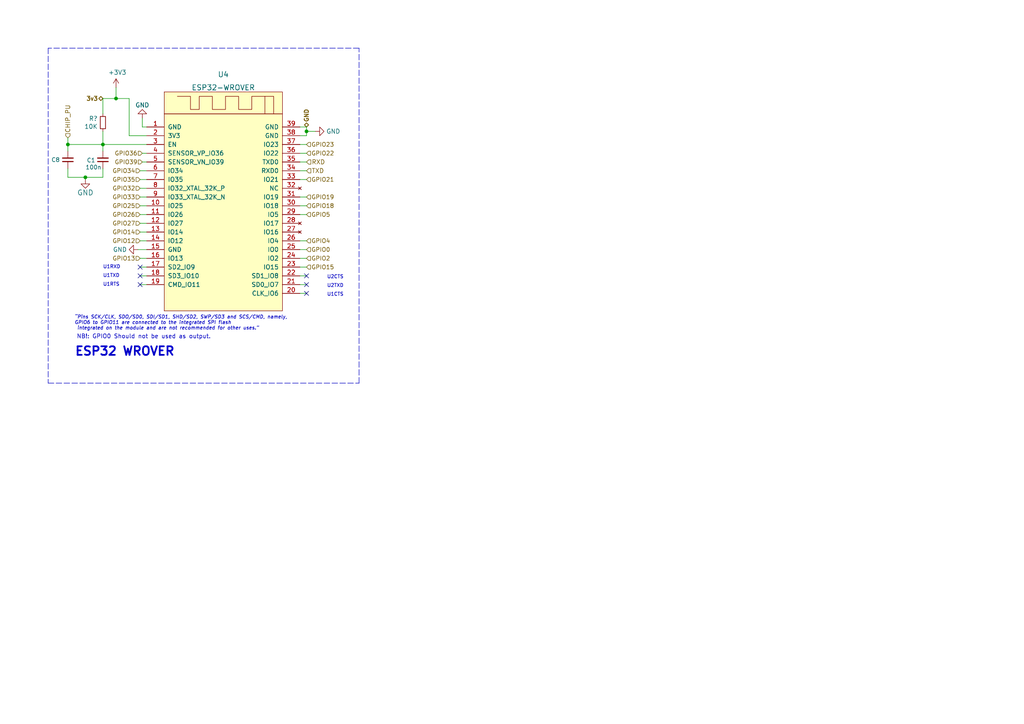
<source format=kicad_sch>
(kicad_sch (version 20211123) (generator eeschema)
  (paper "A4")
  (lib_symbols
    (symbol "Device:C_Small" (pin_numbers hide) (pin_names (offset 0.254) hide)
      (property "Reference" "C" (at 0.254 1.778 0))
      (property "Value" "C_Small" (at 0.254 -2.032 0))
      (symbol "C_Small_0_1"
        (polyline (pts (xy -1.524 -0.508) (xy 1.524 -0.508)) (stroke (width 0.3302)))
        (polyline (pts (xy -1.524 0.508) (xy 1.524 0.508)) (stroke (width 0.3048)))
      )
      (symbol "C_Small_1_1"
        (pin passive line (at 0 2.54 270) (length 2.032) (name "~") (number "1"))
        (pin passive line (at 0 -2.54 90) (length 2.032) (name "~") (number "2"))
      )
    )
    (symbol "Device:R_Small" (pin_numbers hide) (pin_names (offset 0.254) hide)
      (property "Reference" "R" (at 0.762 0.508 0))
      (property "Value" "R_Small" (at 0.762 -1.016 0))
      (symbol "R_Small_0_1"
        (rectangle (start -0.762 1.778) (end 0.762 -1.778) (stroke (width 0.2032)))
      )
      (symbol "R_Small_1_1"
        (pin passive line (at 0 2.54 270) (length 0.762) (name "~") (number "1"))
        (pin passive line (at 0 -2.54 90) (length 0.762) (name "~") (number "2"))
      )
    )
    (symbol "Lib:ESP32-WROVER" (pin_names (offset 1.016))
      (property "Reference" "U" (at -15.24 -33.02 0))
      (property "Value" "ESP32-WROVER" (at 6.35 -33.02 0))
      (symbol "ESP32-WROVER_0_1"
        (rectangle (start -17.78 22.86) (end 16.51 -34.29) (fill (type background)))
        (rectangle (start -17.78 29.21) (end 16.51 22.86) (fill (type background)))
        (polyline (pts (xy 11.43 27.94) (xy 13.97 27.94) (xy 13.97 22.86)))
        (polyline (pts (xy -13.97 27.94) (xy -10.16 27.94) (xy -10.16 24.13) (xy -7.62 24.13) (xy -7.62 27.94) (xy -3.81 27.94) (xy -3.81 24.13) (xy 0 24.13) (xy 0 27.94) (xy 3.81 27.94) (xy 3.81 24.13) (xy 7.62 24.13) (xy 7.62 27.94) (xy 11.43 27.94) (xy 11.43 22.86)))
      )
      (symbol "ESP32-WROVER_1_1"
        (pin power_in line (at -22.86 19.05 0) (length 5.08) (name "GND") (number "1"))
        (pin bidirectional line (at -22.86 -3.81 0) (length 5.08) (name "IO25") (number "10"))
        (pin bidirectional line (at -22.86 -6.35 0) (length 5.08) (name "IO26") (number "11"))
        (pin bidirectional line (at -22.86 -8.89 0) (length 5.08) (name "IO27") (number "12"))
        (pin bidirectional line (at -22.86 -11.43 0) (length 5.08) (name "IO14") (number "13"))
        (pin bidirectional line (at -22.86 -13.97 0) (length 5.08) (name "IO12") (number "14"))
        (pin power_in line (at -22.86 -16.51 0) (length 5.08) (name "GND") (number "15"))
        (pin bidirectional line (at -22.86 -19.05 0) (length 5.08) (name "IO13") (number "16"))
        (pin bidirectional line (at -22.86 -21.59 0) (length 5.08) (name "SD2_IO9") (number "17"))
        (pin bidirectional line (at -22.86 -24.13 0) (length 5.08) (name "SD3_IO10") (number "18"))
        (pin bidirectional line (at -22.86 -26.67 0) (length 5.08) (name "CMD_IO11") (number "19"))
        (pin power_in line (at -22.86 16.51 0) (length 5.08) (name "3V3") (number "2"))
        (pin bidirectional line (at 21.59 -29.21 180) (length 5.08) (name "CLK_IO6") (number "20"))
        (pin bidirectional line (at 21.59 -26.67 180) (length 5.08) (name "SD0_IO7") (number "21"))
        (pin bidirectional line (at 21.59 -24.13 180) (length 5.08) (name "SD1_IO8") (number "22"))
        (pin bidirectional line (at 21.59 -21.59 180) (length 5.08) (name "IO15") (number "23"))
        (pin bidirectional line (at 21.59 -19.05 180) (length 5.08) (name "IO2") (number "24"))
        (pin bidirectional line (at 21.59 -16.51 180) (length 5.08) (name "IO0") (number "25"))
        (pin bidirectional line (at 21.59 -13.97 180) (length 5.08) (name "IO4") (number "26"))
        (pin no_connect line (at 21.59 -11.43 180) (length 5.08) (name "IO16") (number "27"))
        (pin no_connect line (at 21.59 -8.89 180) (length 5.08) (name "IO17") (number "28"))
        (pin bidirectional line (at 21.59 -6.35 180) (length 5.08) (name "IO5") (number "29"))
        (pin input line (at -22.86 13.97 0) (length 5.08) (name "EN") (number "3"))
        (pin bidirectional line (at 21.59 -3.81 180) (length 5.08) (name "IO18") (number "30"))
        (pin bidirectional line (at 21.59 -1.27 180) (length 5.08) (name "IO19") (number "31"))
        (pin no_connect line (at 21.59 1.27 180) (length 5.08) (name "NC") (number "32"))
        (pin bidirectional line (at 21.59 3.81 180) (length 5.08) (name "IO21") (number "33"))
        (pin input line (at 21.59 6.35 180) (length 5.08) (name "RXD0") (number "34"))
        (pin output line (at 21.59 8.89 180) (length 5.08) (name "TXD0") (number "35"))
        (pin bidirectional line (at 21.59 11.43 180) (length 5.08) (name "IO22") (number "36"))
        (pin bidirectional line (at 21.59 13.97 180) (length 5.08) (name "IO23") (number "37"))
        (pin power_in line (at 21.59 16.51 180) (length 5.08) (name "GND") (number "38"))
        (pin power_in line (at 21.59 19.05 180) (length 5.08) (name "GND") (number "39"))
        (pin input line (at -22.86 11.43 0) (length 5.08) (name "SENSOR_VP_IO36") (number "4"))
        (pin input line (at -22.86 8.89 0) (length 5.08) (name "SENSOR_VN_IO39") (number "5"))
        (pin input line (at -22.86 6.35 0) (length 5.08) (name "IO34") (number "6"))
        (pin input line (at -22.86 3.81 0) (length 5.08) (name "IO35") (number "7"))
        (pin bidirectional line (at -22.86 1.27 0) (length 5.08) (name "IO32_XTAL_32K_P") (number "8"))
        (pin bidirectional line (at -22.86 -1.27 0) (length 5.08) (name "IO33_XTAL_32K_N") (number "9"))
      )
    )
    (symbol "power:+3V3" (power) (pin_names (offset 0))
      (property "Value" "+3V3" (at 0 3.556 0))
      (symbol "+3V3_0_1"
        (polyline (pts (xy -0.762 1.27) (xy 0 2.54)))
        (polyline (pts (xy 0 0) (xy 0 2.54)))
        (polyline (pts (xy 0 2.54) (xy 0.762 1.27)))
      )
      (symbol "+3V3_1_1"
        (pin power_in line (at 0 0 90) (length 0) hide (name "+3V3") (number "1"))
      )
    )
    (symbol "power:GND" (power) (pin_names (offset 0))
      (property "Value" "GND" (at 0 -3.81 0))
      (symbol "GND_0_1"
        (polyline (pts (xy 0 0) (xy 0 -1.27) (xy 1.27 -1.27) (xy 0 -2.54) (xy -1.27 -1.27) (xy 0 -1.27)))
      )
      (symbol "GND_1_1"
        (pin power_in line (at 0 0 270) (length 0) hide (name "GND") (number "1"))
      )
    )
  )
  (junction (at 24.765 51.435))
  (junction (at 88.9 38.1))
  (junction (at 29.845 41.91))
  (junction (at 19.685 41.91))
  (junction (at 33.655 28.575))
  (no_connect (at 88.9 85.09))
  (no_connect (at 88.9 80.01))
  (no_connect (at 88.9 82.55))
  (no_connect (at 40.64 80.01))
  (no_connect (at 40.64 77.47))
  (no_connect (at 40.64 82.55))
  (wire (pts (xy 88.9 80.01) (xy 86.995 80.01)))
  (wire (pts (xy 40.64 80.01) (xy 42.545 80.01)))
  (wire (pts (xy 88.9 39.37) (xy 86.995 39.37)))
  (wire (pts (xy 40.64 57.15) (xy 42.545 57.15)))
  (wire (pts (xy 40.64 64.77) (xy 42.545 64.77)))
  (wire (pts (xy 88.9 62.23) (xy 86.995 62.23)))
  (wire (pts (xy 24.765 51.435) (xy 29.845 51.435)))
  (wire (pts (xy 19.685 48.895) (xy 19.685 51.435)))
  (polyline (pts (xy 104.14 13.97) (xy 13.97 13.97)))
  (wire (pts (xy 88.9 77.47) (xy 86.995 77.47)))
  (wire (pts (xy 40.64 49.53) (xy 42.545 49.53)))
  (wire (pts (xy 88.9 44.45) (xy 86.995 44.45)))
  (wire (pts (xy 29.845 33.02) (xy 29.845 28.575)))
  (wire (pts (xy 40.64 62.23) (xy 42.545 62.23)))
  (wire (pts (xy 88.9 52.07) (xy 86.995 52.07)))
  (wire (pts (xy 40.64 82.55) (xy 42.545 82.55)))
  (wire (pts (xy 19.685 41.91) (xy 29.845 41.91)))
  (wire (pts (xy 88.9 38.1) (xy 88.9 39.37)))
  (wire (pts (xy 19.685 41.91) (xy 19.685 43.815)))
  (wire (pts (xy 88.9 41.91) (xy 86.995 41.91)))
  (wire (pts (xy 42.545 72.39) (xy 40.005 72.39)))
  (wire (pts (xy 33.655 28.575) (xy 33.655 25.4)))
  (wire (pts (xy 29.845 48.895) (xy 29.845 51.435)))
  (wire (pts (xy 88.9 57.15) (xy 86.995 57.15)))
  (wire (pts (xy 37.465 39.37) (xy 37.465 28.575)))
  (wire (pts (xy 88.9 69.85) (xy 86.995 69.85)))
  (wire (pts (xy 37.465 28.575) (xy 33.655 28.575)))
  (wire (pts (xy 88.9 82.55) (xy 86.995 82.55)))
  (wire (pts (xy 88.9 38.1) (xy 91.44 38.1)))
  (wire (pts (xy 40.64 69.85) (xy 42.545 69.85)))
  (wire (pts (xy 29.845 43.815) (xy 29.845 41.91)))
  (wire (pts (xy 24.765 51.435) (xy 24.765 52.07)))
  (wire (pts (xy 42.545 44.45) (xy 41.275 44.45)))
  (polyline (pts (xy 13.97 111.125) (xy 104.14 111.125)))
  (wire (pts (xy 86.995 49.53) (xy 88.9 49.53)))
  (wire (pts (xy 88.9 59.69) (xy 86.995 59.69)))
  (wire (pts (xy 40.64 67.31) (xy 42.545 67.31)))
  (wire (pts (xy 40.64 77.47) (xy 42.545 77.47)))
  (wire (pts (xy 41.275 36.83) (xy 41.275 34.29)))
  (polyline (pts (xy 13.97 13.97) (xy 13.97 111.125)))
  (polyline (pts (xy 104.14 111.125) (xy 104.14 13.97)))
  (wire (pts (xy 88.9 72.39) (xy 86.995 72.39)))
  (wire (pts (xy 88.9 74.93) (xy 86.995 74.93)))
  (wire (pts (xy 40.64 54.61) (xy 42.545 54.61)))
  (wire (pts (xy 88.9 46.99) (xy 86.995 46.99)))
  (wire (pts (xy 19.685 51.435) (xy 24.765 51.435)))
  (wire (pts (xy 33.655 28.575) (xy 29.845 28.575)))
  (wire (pts (xy 88.9 85.09) (xy 86.995 85.09)))
  (wire (pts (xy 40.64 52.07) (xy 42.545 52.07)))
  (wire (pts (xy 19.685 40.005) (xy 19.685 41.91)))
  (wire (pts (xy 40.64 74.93) (xy 42.545 74.93)))
  (wire (pts (xy 29.845 41.91) (xy 42.545 41.91)))
  (wire (pts (xy 42.545 36.83) (xy 41.275 36.83)))
  (wire (pts (xy 41.275 46.99) (xy 42.545 46.99)))
  (wire (pts (xy 29.845 38.1) (xy 29.845 41.91)))
  (wire (pts (xy 42.545 39.37) (xy 37.465 39.37)))
  (wire (pts (xy 86.995 36.83) (xy 88.9 36.83)))
  (wire (pts (xy 88.9 36.83) (xy 88.9 38.1)))
  (wire (pts (xy 40.64 59.69) (xy 42.545 59.69)))
  (text "U1RTS" (at 29.845 83.185 0) (effects (font (size 0.9906 0.9906)) (justify left bottom)))
  (text "U1TXD" (at 29.845 80.645 0) (effects (font (size 0.9906 0.9906)) (justify left bottom)))
  (text "“Pins SCK/CLK, SDO/SD0, SDI/SD1, SHD/SD2, SWP/SD3 and SCS/CMD, namely, \nGPIO6 to GPIO11 are connected to the integrated SPI flash\n integrated on the module and are not recommended for other uses.”" (at 21.59 95.885 0) (effects (font (size 0.9906 0.9906) italic) (justify left bottom)))
  (text "U1CTS" (at 99.695 86.0806 180) (effects (font (size 0.9906 0.9906)) (justify right bottom)))
  (text "U2CTS" (at 99.695 81.0006 180) (effects (font (size 0.9906 0.9906)) (justify right bottom)))
  (text "NB!: GPIO0 Should not be used as output." (at 22.225 98.425 0) (effects (font (size 1.1938 1.1938)) (justify left bottom)))
  (text "ESP32 WROVER" (at 21.59 103.505 0) (effects (font (size 2.4892 2.4892) (thickness 0.4978) bold) (justify left bottom)))
  (text "U2TXD" (at 99.695 83.5406 180) (effects (font (size 0.9906 0.9906)) (justify right bottom)))
  (text "U1RXD" (at 29.845 78.105 0) (effects (font (size 0.9906 0.9906)) (justify left bottom)))
  (hierarchical_label "GPIO23" (shape input) (at 88.9 41.91 0) (effects (font (size 1.1938 1.1938))))
  (hierarchical_label "GPIO4" (shape input) (at 88.9 69.85 0) (effects (font (size 1.1938 1.1938))))
  (hierarchical_label "GPIO18" (shape input) (at 88.9 59.69 0) (effects (font (size 1.1938 1.1938))))
  (hierarchical_label "GPIO19" (shape input) (at 88.9 57.15 0) (effects (font (size 1.1938 1.1938))))
  (hierarchical_label "RXD" (shape input) (at 88.9 46.99 0))
  (hierarchical_label "GPIO15" (shape input) (at 88.9 77.47 0) (effects (font (size 1.1938 1.1938))))
  (hierarchical_label "GPIO22" (shape input) (at 88.9 44.45 0) (effects (font (size 1.1938 1.1938))))
  (hierarchical_label "GPIO27" (shape input) (at 40.64 64.77 180) (effects (font (size 1.1938 1.1938))))
  (hierarchical_label "GPIO21" (shape input) (at 88.9 52.07 0) (effects (font (size 1.1938 1.1938))))
  (hierarchical_label "GPIO32" (shape input) (at 40.64 54.61 180) (effects (font (size 1.1938 1.1938))))
  (hierarchical_label "GPIO34" (shape input) (at 40.64 49.53 180) (effects (font (size 1.1938 1.1938))))
  (hierarchical_label "GPIO39" (shape input) (at 41.275 46.99 180) (effects (font (size 1.1938 1.1938))))
  (hierarchical_label "GPIO12" (shape input) (at 40.64 69.85 180) (effects (font (size 1.1938 1.1938))))
  (hierarchical_label "GPIO13" (shape input) (at 40.64 74.93 180) (effects (font (size 1.1938 1.1938))))
  (hierarchical_label "GPIO36" (shape input) (at 41.275 44.45 180) (effects (font (size 1.1938 1.1938))))
  (hierarchical_label "GPIO0" (shape input) (at 88.9 72.39 0) (effects (font (size 1.1938 1.1938))))
  (hierarchical_label "CHIP_PU" (shape input) (at 19.685 40.005 90))
  (hierarchical_label "GPIO35" (shape input) (at 40.64 52.07 180) (effects (font (size 1.1938 1.1938))))
  (hierarchical_label "GND" (shape bidirectional) (at 88.9 36.83 90) (effects (font (size 1.1938 1.1938) (thickness 0.2388) bold)))
  (hierarchical_label "GPIO26" (shape input) (at 40.64 62.23 180) (effects (font (size 1.1938 1.1938))))
  (hierarchical_label "GPIO5" (shape input) (at 88.9 62.23 0) (effects (font (size 1.1938 1.1938))))
  (hierarchical_label "GPIO14" (shape input) (at 40.64 67.31 180) (effects (font (size 1.1938 1.1938))))
  (hierarchical_label "TXD" (shape input) (at 88.9 49.53 0))
  (hierarchical_label "GPIO25" (shape input) (at 40.64 59.69 180) (effects (font (size 1.1938 1.1938))))
  (hierarchical_label "3v3" (shape bidirectional) (at 29.845 28.575 180) (effects (font (size 1.1938 1.1938) (thickness 0.2388) bold)))
  (hierarchical_label "GPIO33" (shape input) (at 40.64 57.15 180) (effects (font (size 1.1938 1.1938))))
  (hierarchical_label "GPIO2" (shape input) (at 88.9 74.93 0) (effects (font (size 1.1938 1.1938))))
  (symbol (lib_id "power:GND") (at 24.765 52.07 0) (unit 1)
    (property "Reference" "#SUPPLY0101" (effects hide))
    (property "Value" "GND" (at 24.765 55.88 0) (effects (font (size 1.4986 1.4986))))
  )
  (symbol (lib_id "Device:C_Small") (at 29.845 46.355 180) (unit 1)
    (property "Reference" "C1" (at 27.686 46.482 0) (effects (font (size 1.1938 1.1938)) (justify left)))
    (property "Value" "100n" (at 29.464 48.514 0) (effects (font (size 1.1938 1.1938)) (justify left)))
    (property "Footprint" "Capacitor_SMD:C_0603_1608Metric_Pad1.05x0.95mm_HandSolder" (effects hide))
    (property "LCSC" "C30926" (effects hide))
  )
  (symbol (lib_id "power:+3V3") (at 33.655 25.4 0) (unit 1)
    (property "Reference" "#PWR0129" (effects hide))
    (property "Value" "+3V3" (at 34.036 21.0058 0))
  )
  (symbol (lib_id "power:GND") (at 41.275 34.29 180) (unit 1)
    (property "Reference" "#PWR0130" (effects hide))
    (property "Value" "GND" (at 41.275 30.48 0))
  )
  (symbol (lib_id "power:GND") (at 40.005 72.39 270) (unit 1)
    (property "Reference" "#PWR0131" (effects hide))
    (property "Value" "GND" (at 36.83 72.39 90) (effects (justify right)))
  )
  (symbol (lib_id "power:GND") (at 91.44 38.1 90) (unit 1)
    (property "Reference" "#PWR0132" (effects hide))
    (property "Value" "GND" (at 94.615 38.1 90) (effects (justify right)))
  )
  (symbol (lib_id "Device:R_Small") (at 29.845 35.56 0) (mirror y) (unit 1)
    (property "Reference" "R?" (at 28.3464 34.3916 0) (effects (justify left)))
    (property "Value" "10K" (at 28.3464 36.703 0) (effects (justify left)))
    (property "Footprint" "Resistor_SMD:R_0603_1608Metric" (effects hide))
    (property "LCSC" "C25804" (effects hide))
  )
  (symbol (lib_id "Device:C_Small") (at 19.685 46.355 180) (unit 1)
    (property "Reference" "C8" (at 17.399 46.355 0) (effects (font (size 1.1938 1.1938)) (justify left)))
    (property "LCSC" "C106222" (effects hide))
  )
  (symbol (lib_id "Lib:ESP32-WROVER") (at 65.405 55.88 0) (unit 1)
    (property "Reference" "U4" (at 64.77 21.59 0) (effects (font (size 1.524 1.524))))
    (property "Value" "ESP32-WROVER" (at 64.77 25.4 0) (effects (font (size 1.524 1.524))))
    (property "Footprint" "Lib:ESP32-WROVER" (effects hide))
    (property "Datasheet" "https://www.tme.eu/Document/491a1d31a59e7fa917e66fab6313b5e3/esp32-wrover-e.pdf" (effects hide))
    (property "TME" "ESP32-WROVER-E-16" (effects hide))
  )
)
</source>
